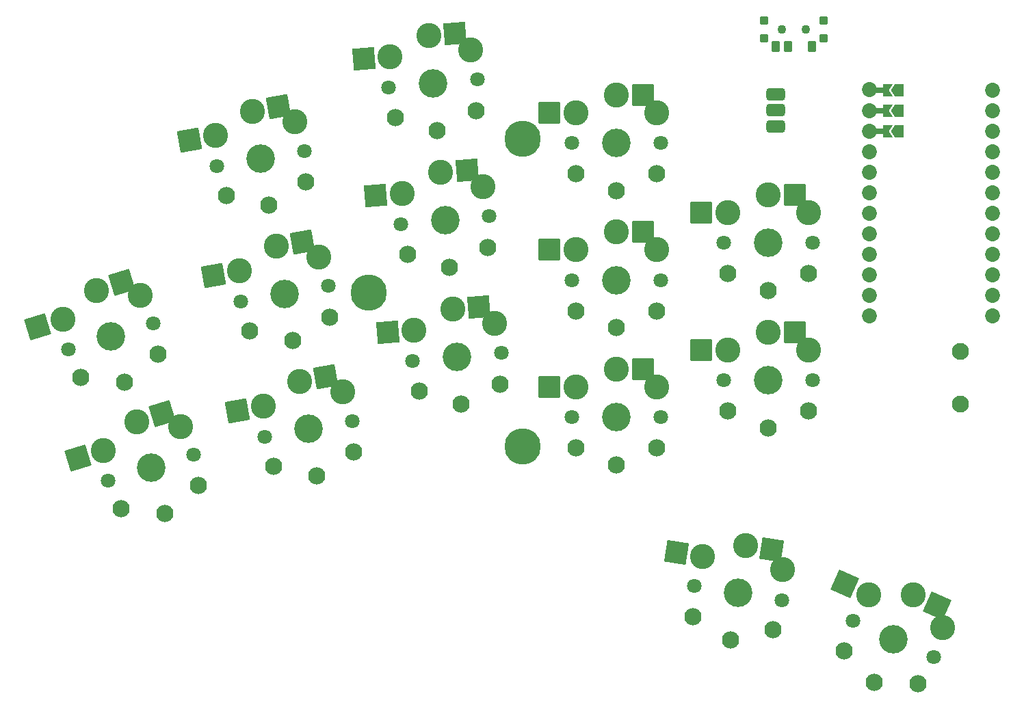
<source format=gts>
%TF.GenerationSoftware,KiCad,Pcbnew,(6.0.4-0)*%
%TF.CreationDate,2022-05-24T13:00:26+02:00*%
%TF.ProjectId,battoota,62617474-6f6f-4746-912e-6b696361645f,v1.0.0*%
%TF.SameCoordinates,Original*%
%TF.FileFunction,Soldermask,Top*%
%TF.FilePolarity,Negative*%
%FSLAX46Y46*%
G04 Gerber Fmt 4.6, Leading zero omitted, Abs format (unit mm)*
G04 Created by KiCad (PCBNEW (6.0.4-0)) date 2022-05-24 13:00:26*
%MOMM*%
%LPD*%
G01*
G04 APERTURE LIST*
G04 Aperture macros list*
%AMRoundRect*
0 Rectangle with rounded corners*
0 $1 Rounding radius*
0 $2 $3 $4 $5 $6 $7 $8 $9 X,Y pos of 4 corners*
0 Add a 4 corners polygon primitive as box body*
4,1,4,$2,$3,$4,$5,$6,$7,$8,$9,$2,$3,0*
0 Add four circle primitives for the rounded corners*
1,1,$1+$1,$2,$3*
1,1,$1+$1,$4,$5*
1,1,$1+$1,$6,$7*
1,1,$1+$1,$8,$9*
0 Add four rect primitives between the rounded corners*
20,1,$1+$1,$2,$3,$4,$5,0*
20,1,$1+$1,$4,$5,$6,$7,0*
20,1,$1+$1,$6,$7,$8,$9,0*
20,1,$1+$1,$8,$9,$2,$3,0*%
%AMFreePoly0*
4,1,16,0.535355,0.785355,0.550000,0.750000,0.550000,-0.750000,0.535355,-0.785355,0.500000,-0.800000,-0.650000,-0.800000,-0.685355,-0.785355,-0.700000,-0.750000,-0.691603,-0.722265,-0.210093,0.000000,-0.691603,0.722265,-0.699029,0.759806,-0.677735,0.791603,-0.650000,0.800000,0.500000,0.800000,0.535355,0.785355,0.535355,0.785355,$1*%
%AMFreePoly1*
4,1,16,0.535355,0.785355,0.541603,0.777735,1.041603,0.027735,1.049029,-0.009806,1.041603,-0.027735,0.541603,-0.777735,0.509806,-0.799029,0.500000,-0.800000,-0.500000,-0.800000,-0.535355,-0.785355,-0.550000,-0.750000,-0.550000,0.750000,-0.535355,0.785355,-0.500000,0.800000,0.500000,0.800000,0.535355,0.785355,0.535355,0.785355,$1*%
G04 Aperture macros list end*
%ADD10RoundRect,0.425000X-0.750000X0.375000X-0.750000X-0.375000X0.750000X-0.375000X0.750000X0.375000X0*%
%ADD11C,1.100000*%
%ADD12RoundRect,0.050000X-0.450000X-0.450000X0.450000X-0.450000X0.450000X0.450000X-0.450000X0.450000X0*%
%ADD13RoundRect,0.050000X-0.450000X-0.625000X0.450000X-0.625000X0.450000X0.625000X-0.450000X0.625000X0*%
%ADD14C,2.100000*%
%ADD15C,3.100000*%
%ADD16C,1.801800*%
%ADD17C,3.529000*%
%ADD18RoundRect,0.050000X-1.054507X-1.505993X1.505993X-1.054507X1.054507X1.505993X-1.505993X1.054507X0*%
%ADD19C,2.132000*%
%ADD20RoundRect,0.050000X-1.181751X-1.408356X1.408356X-1.181751X1.181751X1.408356X-1.408356X1.181751X0*%
%ADD21RoundRect,0.050000X-1.300000X-1.300000X1.300000X-1.300000X1.300000X1.300000X-1.300000X1.300000X0*%
%ADD22RoundRect,0.050000X-1.716367X-0.658851X0.658851X-1.716367X1.716367X0.658851X-0.658851X1.716367X0*%
%ADD23RoundRect,0.050000X-0.863113X-1.623279X1.623279X-0.863113X0.863113X1.623279X-1.623279X0.863113X0*%
%ADD24RoundRect,0.050000X-1.487360X-1.080630X1.080630X-1.487360X1.487360X1.080630X-1.080630X1.487360X0*%
%ADD25C,1.852600*%
%ADD26FreePoly0,180.000000*%
%ADD27RoundRect,0.050000X-0.762000X0.250000X-0.762000X-0.250000X0.762000X-0.250000X0.762000X0.250000X0*%
%ADD28FreePoly1,180.000000*%
%ADD29C,4.500000*%
G04 APERTURE END LIST*
D10*
%TO.C,PAD1*%
X135137176Y108705670D03*
X135137176Y110705670D03*
X135137176Y112705670D03*
%TD*%
D11*
%TO.C,T2*%
X135895791Y120719254D03*
X138895791Y120719254D03*
%TD*%
D12*
%TO.C,T1*%
X141095791Y119619254D03*
X133695791Y121819254D03*
X141095791Y121819254D03*
X133695791Y119619254D03*
D13*
X139645791Y118644254D03*
X136645791Y118644254D03*
X135145791Y118644254D03*
%TD*%
D14*
%TO.C,B1*%
X157969791Y80873254D03*
X157969791Y74373254D03*
%TD*%
D15*
%TO.C,S11*%
X75659968Y109306337D03*
X70353903Y110604673D03*
X70353903Y110604673D03*
D16*
X65970667Y103790002D03*
D15*
X65811891Y107569855D03*
D17*
X71387110Y104745067D03*
D16*
X76803553Y105700132D03*
D18*
X73579149Y111173371D03*
X62586645Y107001157D03*
%TD*%
D16*
%TO.C,S34*%
X154739291Y43001202D03*
D17*
X149714791Y45238254D03*
D16*
X144690291Y47475306D03*
D19*
X143601464Y43800464D03*
X152736919Y39733098D03*
X147315045Y39848336D03*
X147315045Y39848336D03*
%TD*%
D17*
%TO.C,S15*%
X94221643Y97114167D03*
D16*
X99700714Y97593524D03*
D15*
X98875782Y101285676D03*
X93703066Y103041525D03*
X93703066Y103041525D03*
X88913835Y100414118D03*
D16*
X88742572Y96634810D03*
D20*
X96965604Y103326961D03*
X85651298Y100128683D03*
%TD*%
D15*
%TO.C,S21*%
X115411087Y95636017D03*
D16*
X109911087Y89686017D03*
D15*
X115411087Y95636017D03*
X120411087Y93436017D03*
D16*
X120911087Y89686017D03*
D15*
X110411087Y93436017D03*
D17*
X115411087Y89686017D03*
D21*
X118686087Y95636017D03*
X107136087Y93436017D03*
%TD*%
D16*
%TO.C,S8*%
X71874705Y70306538D03*
X82707591Y72216668D03*
D17*
X77291148Y71261603D03*
D19*
X73026972Y66651093D03*
X82875050Y68387574D03*
X78315672Y65451237D03*
X78315672Y65451237D03*
%TD*%
D17*
%TO.C,S14*%
X95703291Y80178857D03*
D16*
X101182362Y80658214D03*
X90224220Y79699500D03*
D19*
X91053509Y75957538D03*
X101015456Y76829096D03*
X96217510Y74301308D03*
X96217510Y74301308D03*
%TD*%
D17*
%TO.C,S20*%
X115411087Y72686017D03*
D16*
X109911087Y72686017D03*
X120911087Y72686017D03*
D19*
X120411087Y68886017D03*
X110411087Y68886017D03*
X115411087Y66786017D03*
X115411087Y66786017D03*
%TD*%
D16*
%TO.C,S28*%
X128718280Y77278852D03*
X139718280Y77278852D03*
D17*
X134218280Y77278852D03*
D19*
X129218280Y73478852D03*
X139218280Y73478852D03*
X134218280Y71378852D03*
X134218280Y71378852D03*
%TD*%
D15*
%TO.C,S29*%
X134218280Y100228852D03*
X134218280Y100228852D03*
D16*
X139718280Y94278852D03*
D17*
X134218280Y94278852D03*
D15*
X139218280Y98028852D03*
X129218280Y98028852D03*
D16*
X128718280Y94278852D03*
D21*
X137493280Y100228852D03*
X125943280Y98028852D03*
%TD*%
D17*
%TO.C,S33*%
X149714791Y45238254D03*
D15*
X152134874Y50673849D03*
X146672326Y50697733D03*
D16*
X144690291Y47475306D03*
D15*
X152134874Y50673849D03*
X155807781Y46630366D03*
D16*
X154739291Y43001202D03*
D22*
X155126735Y49341787D03*
X143680465Y52029795D03*
%TD*%
D15*
%TO.C,S7*%
X71715929Y74086391D03*
X81564006Y75822873D03*
X76257941Y77121209D03*
D16*
X71874705Y70306538D03*
D15*
X76257941Y77121209D03*
D16*
X82707591Y72216668D03*
D17*
X77291148Y71261603D03*
D18*
X79483187Y77689907D03*
X68490683Y73517693D03*
%TD*%
D17*
%TO.C,S5*%
X52842259Y82729963D03*
D16*
X58101935Y84338007D03*
D15*
X51102647Y88419976D03*
X51102647Y88419976D03*
D16*
X47582583Y81121919D03*
D15*
X46964341Y84854247D03*
X56527389Y87777964D03*
D23*
X54234545Y89377494D03*
X43832443Y83896730D03*
%TD*%
D15*
%TO.C,S27*%
X129218280Y81028852D03*
D16*
X139718280Y77278852D03*
D17*
X134218280Y77278852D03*
D15*
X139218280Y81028852D03*
X134218280Y83228852D03*
X134218280Y83228852D03*
D16*
X128718280Y77278852D03*
D21*
X137493280Y83228852D03*
X125943280Y81028852D03*
%TD*%
D15*
%TO.C,S9*%
X68763910Y90828123D03*
D17*
X74339129Y88003335D03*
D15*
X73305922Y93862941D03*
X78611987Y92564605D03*
D16*
X68922686Y87048270D03*
D15*
X73305922Y93862941D03*
D16*
X79755572Y88958400D03*
D18*
X76531168Y94431639D03*
X65538664Y90259425D03*
%TD*%
D16*
%TO.C,S16*%
X99700714Y97593524D03*
D17*
X94221643Y97114167D03*
D16*
X88742572Y96634810D03*
D19*
X99533808Y93764406D03*
X89571861Y92892848D03*
X94735862Y91236618D03*
X94735862Y91236618D03*
%TD*%
D16*
%TO.C,S30*%
X139718280Y94278852D03*
X128718280Y94278852D03*
D17*
X134218280Y94278852D03*
D19*
X139218280Y90478852D03*
X129218280Y90478852D03*
X134218280Y88378852D03*
X134218280Y88378852D03*
%TD*%
D16*
%TO.C,S13*%
X90224220Y79699500D03*
X101182362Y80658214D03*
D17*
X95703291Y80178857D03*
D15*
X95184714Y86106215D03*
X100357430Y84350366D03*
X95184714Y86106215D03*
X90395483Y83478808D03*
D20*
X98447252Y86391651D03*
X87132946Y83193373D03*
%TD*%
D16*
%TO.C,S24*%
X109911087Y106686017D03*
X120911087Y106686017D03*
D17*
X115411087Y106686017D03*
D19*
X110411087Y102886017D03*
X120411087Y102886017D03*
X115411087Y100786017D03*
X115411087Y100786017D03*
%TD*%
D16*
%TO.C,S17*%
X87260925Y113570120D03*
D17*
X92739996Y114049477D03*
D16*
X98219067Y114528834D03*
D15*
X87432188Y117349428D03*
X97394135Y118220986D03*
X92221419Y119976835D03*
X92221419Y119976835D03*
D20*
X95483957Y120262271D03*
X84169651Y117063993D03*
%TD*%
D16*
%TO.C,S4*%
X52552902Y64864738D03*
X63072254Y68080826D03*
D17*
X57812578Y66472782D03*
D19*
X54142067Y61376965D03*
X63705114Y64300682D03*
X59537571Y60830584D03*
X59537571Y60830584D03*
%TD*%
D16*
%TO.C,S10*%
X79755572Y88958400D03*
X68922686Y87048270D03*
D17*
X74339129Y88003335D03*
D19*
X70074953Y83392825D03*
X79923031Y85129306D03*
X75363653Y82192969D03*
X75363653Y82192969D03*
%TD*%
D16*
%TO.C,S22*%
X109911087Y89686017D03*
X120911087Y89686017D03*
D17*
X115411087Y89686017D03*
D19*
X110411087Y85886017D03*
X120411087Y85886017D03*
X115411087Y83786017D03*
X115411087Y83786017D03*
%TD*%
D17*
%TO.C,S31*%
X130476118Y50937009D03*
D16*
X125043832Y51797399D03*
D15*
X131406903Y56813755D03*
X136001189Y53858668D03*
X131406903Y56813755D03*
X126124306Y55423013D03*
D16*
X135908404Y50076619D03*
D24*
X134641582Y56301432D03*
X122889626Y55935335D03*
%TD*%
D25*
%TO.C,MCU1*%
X161977213Y110643254D03*
D26*
X148993690Y110643254D03*
X148993690Y113183254D03*
D27*
X148068690Y108103254D03*
D25*
X161977213Y108103254D03*
X146737213Y108103254D03*
D27*
X148068690Y113183254D03*
D26*
X148993690Y108103254D03*
D27*
X148068690Y110643254D03*
D25*
X146737213Y113267000D03*
X161977213Y113183254D03*
X146737213Y110643254D03*
D28*
X150443690Y113183254D03*
X150443690Y110643254D03*
X150443690Y108103254D03*
D25*
X146737213Y105563254D03*
X146737213Y103023254D03*
X146737213Y100483254D03*
X146737213Y97943254D03*
X146737213Y95403254D03*
X146737213Y92863254D03*
X146737213Y90323254D03*
X146737213Y87783254D03*
X146737213Y85243254D03*
X161977213Y105563254D03*
X161977213Y103023254D03*
X161977213Y100483254D03*
X161977213Y97943254D03*
X161977213Y95403254D03*
X161977213Y92863254D03*
X161977213Y90323254D03*
X161977213Y87783254D03*
X161977213Y85243254D03*
%TD*%
D16*
%TO.C,S3*%
X52552902Y64864738D03*
D15*
X51934660Y68597066D03*
D17*
X57812578Y66472782D03*
D15*
X61497708Y71520783D03*
X56072966Y72162795D03*
X56072966Y72162795D03*
D16*
X63072254Y68080826D03*
D23*
X59204864Y73120313D03*
X48802762Y67639549D03*
%TD*%
D16*
%TO.C,S32*%
X135908404Y50076619D03*
D17*
X130476118Y50937009D03*
D16*
X125043832Y51797399D03*
D19*
X134820109Y46401621D03*
X124943225Y47965966D03*
X129553155Y45109648D03*
X129553155Y45109648D03*
%TD*%
D29*
%TO.C,REF\u002A\u002A*%
X84747220Y88141427D03*
X103797220Y69091427D03*
X103797220Y107191427D03*
%TD*%
D17*
%TO.C,S12*%
X71387110Y104745067D03*
D16*
X65970667Y103790002D03*
X76803553Y105700132D03*
D19*
X76971012Y101871038D03*
X67122934Y100134557D03*
X72411634Y98934701D03*
X72411634Y98934701D03*
%TD*%
D17*
%TO.C,S23*%
X115411087Y106686017D03*
D16*
X120911087Y106686017D03*
D15*
X115411087Y112636017D03*
X115411087Y112636017D03*
X110411087Y110436017D03*
X120411087Y110436017D03*
D16*
X109911087Y106686017D03*
D21*
X118686087Y112636017D03*
X107136087Y110436017D03*
%TD*%
D16*
%TO.C,S6*%
X47582583Y81121919D03*
X58101935Y84338007D03*
D17*
X52842259Y82729963D03*
D19*
X49171748Y77634146D03*
X58734795Y80557863D03*
X54567252Y77087765D03*
X54567252Y77087765D03*
%TD*%
D17*
%TO.C,S19*%
X115411087Y72686017D03*
D15*
X115411087Y78636017D03*
X110411087Y76436017D03*
D16*
X120911087Y72686017D03*
X109911087Y72686017D03*
D15*
X120411087Y76436017D03*
X115411087Y78636017D03*
D21*
X118686087Y78636017D03*
X107136087Y76436017D03*
%TD*%
D16*
%TO.C,S18*%
X98219067Y114528834D03*
D17*
X92739996Y114049477D03*
D16*
X87260925Y113570120D03*
D19*
X88090214Y109828158D03*
X98052161Y110699716D03*
X93254215Y108171928D03*
X93254215Y108171928D03*
%TD*%
M02*

</source>
